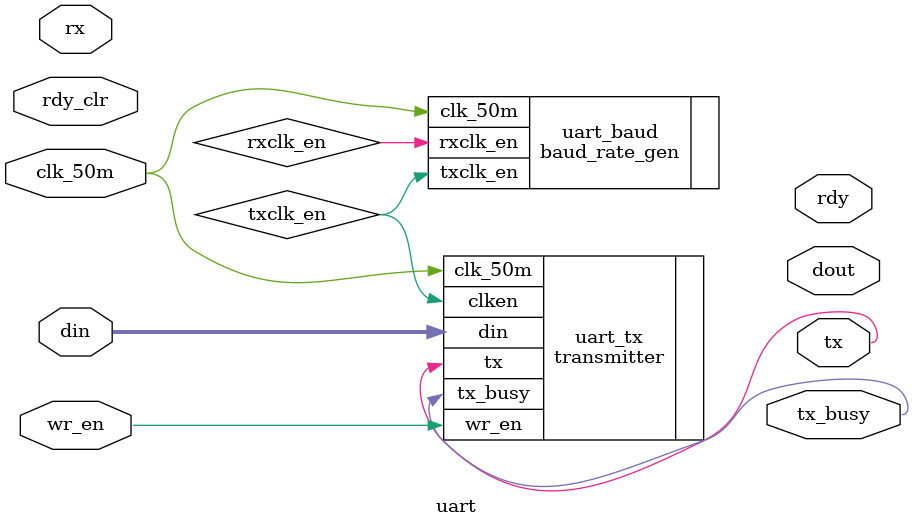
<source format=v>

module uart (
        input wire clk_50m,

        // transmitter
        input wire  [7:0] din,
        input wire  wr_en,
        output wire tx,
        output wire tx_busy,

        // reciever
        input wire  rx,
        output wire rdy,
        input wire  rdy_clr,
        output wire [7:0] dout
);
    wire rxclk_en, txclk_en;

    baud_rate_gen uart_baud(
        .clk_50m(clk_50m),
        .rxclk_en(rxclk_en),
        .txclk_en(txclk_en)
    );
        
    transmitter uart_tx(
        .din(din),
        .wr_en(wr_en),
        .clk_50m(clk_50m),
        .clken(txclk_en),
        .tx(tx),
        .tx_busy(tx_busy)
    );
        
    //receiver uart_rx(
    //    .rx(rx),
    //    .rdy(rdy),
    //    .rdy_clr(rdy_clr),
    //    .clk_50m(clk_50m),
    //    .clken(rxclk_en),
    //    .data(dout)
    //);

endmodule
</source>
